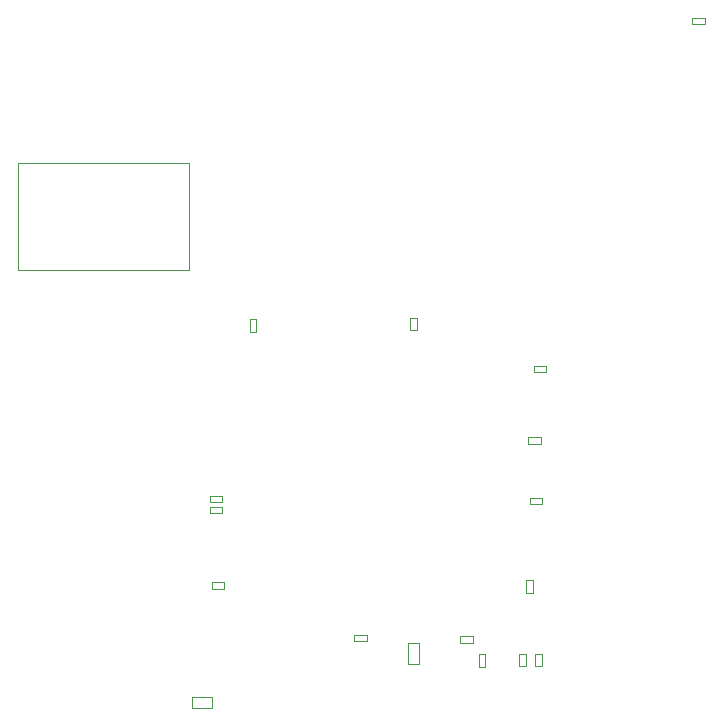
<source format=gbr>
%TF.GenerationSoftware,Altium Limited,Altium Designer,19.1.6 (110)*%
G04 Layer_Color=16711935*
%FSLAX26Y26*%
%MOIN*%
%TF.FileFunction,Other,M13-Bottom_3D_Body*%
%TF.Part,Single*%
G01*
G75*
%TA.AperFunction,NonConductor*%
%ADD75C,0.003937*%
D75*
X762441Y3519837D02*
Y3874168D01*
X191575D02*
X762441D01*
X191575Y3519837D02*
Y3874168D01*
Y3519837D02*
X762441D01*
X1749016Y2195866D02*
Y2237205D01*
X1727362Y2195866D02*
Y2237205D01*
X1749016D01*
X1727362Y2195866D02*
X1749016D01*
X1937827Y2197331D02*
Y2238669D01*
X1916173Y2197331D02*
Y2238669D01*
X1937827D01*
X1916173Y2197331D02*
X1937827D01*
X1528898Y2205551D02*
Y2274449D01*
X1491102Y2205551D02*
Y2274449D01*
X1528898D01*
X1491102Y2205551D02*
X1528898D01*
X1499016Y3316929D02*
Y3358268D01*
X1520669Y3316929D02*
Y3358268D01*
X1499016Y3316929D02*
X1520669D01*
X1499016Y3358268D02*
X1520669D01*
X1908465Y2442913D02*
Y2484252D01*
X1886811Y2442913D02*
Y2484252D01*
X1908465D01*
X1886811Y2442913D02*
X1908465D01*
X830709Y2707677D02*
X872047D01*
X830709Y2729331D02*
X872047D01*
Y2707677D02*
Y2729331D01*
X830709Y2707677D02*
Y2729331D01*
Y2744095D02*
X872047D01*
X830709Y2765748D02*
X872047D01*
Y2744095D02*
Y2765748D01*
X830709Y2744095D02*
Y2765748D01*
X965551Y3312992D02*
Y3354331D01*
X987205Y3312992D02*
Y3354331D01*
X965551Y3312992D02*
X987205D01*
X965551Y3354331D02*
X987205D01*
X1313386Y2281102D02*
X1354725D01*
X1313386Y2302756D02*
X1354725D01*
Y2281102D02*
Y2302756D01*
X1313386Y2281102D02*
Y2302756D01*
X1892716Y2960630D02*
X1934055D01*
X1892716Y2938976D02*
X1934055D01*
X1892716D02*
Y2960630D01*
X1934055Y2938976D02*
Y2960630D01*
X1898331Y2758827D02*
X1939669D01*
X1898331Y2737173D02*
X1939669D01*
X1898331D02*
Y2758827D01*
X1939669Y2737173D02*
Y2758827D01*
X1911220Y3199016D02*
X1952559D01*
X1911220Y3177362D02*
X1952559D01*
X1911220D02*
Y3199016D01*
X1952559Y3177362D02*
Y3199016D01*
X837331Y2455173D02*
X878669D01*
X837331Y2476827D02*
X878669D01*
Y2455173D02*
Y2476827D01*
X837331Y2455173D02*
Y2476827D01*
X1666331Y2276173D02*
X1707669D01*
X1666331Y2297827D02*
X1707669D01*
Y2276173D02*
Y2297827D01*
X1666331Y2276173D02*
Y2297827D01*
X1884827Y2197331D02*
Y2238669D01*
X1863173Y2197331D02*
Y2238669D01*
X1884827D01*
X1863173Y2197331D02*
X1884827D01*
X2439331Y4337173D02*
X2480669D01*
X2439331Y4358827D02*
X2480669D01*
Y4337173D02*
Y4358827D01*
X2439331Y4337173D02*
Y4358827D01*
X770669Y2058071D02*
X837598D01*
X770669Y2093504D02*
X837598D01*
Y2058071D02*
Y2093504D01*
X770669Y2058071D02*
Y2093504D01*
%TF.MD5,9d89fc1e05ae1755e5050b9bac0f3bfb*%
M02*

</source>
